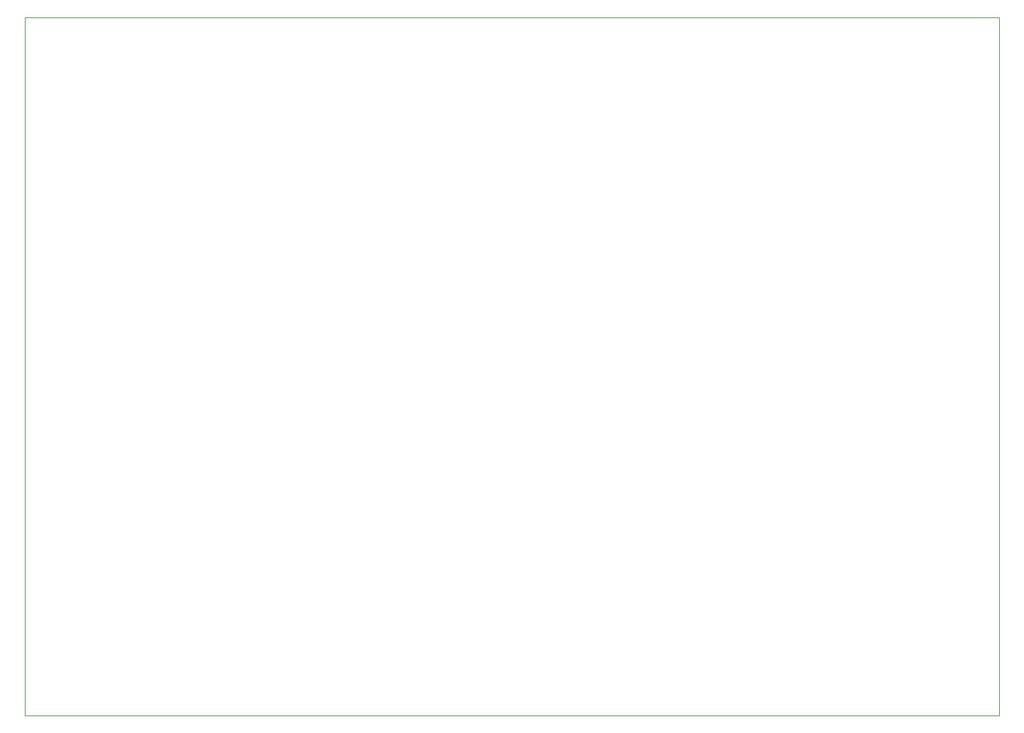
<source format=gko>
G04*
G04 #@! TF.GenerationSoftware,Altium Limited,Altium Designer,21.3.2 (30)*
G04*
G04 Layer_Color=16711935*
%FSLAX44Y44*%
%MOMM*%
G71*
G04*
G04 #@! TF.SameCoordinates,8E102A86-DBDF-4379-BD88-F244A9775125*
G04*
G04*
G04 #@! TF.FilePolarity,Positive*
G04*
G01*
G75*
%ADD16C,0.0500*%
D16*
X1020Y1020D02*
X1229360D01*
X1020Y880110D02*
X1229360D01*
Y1020D02*
Y880110D01*
X1020Y1020D02*
Y880110D01*
M02*

</source>
